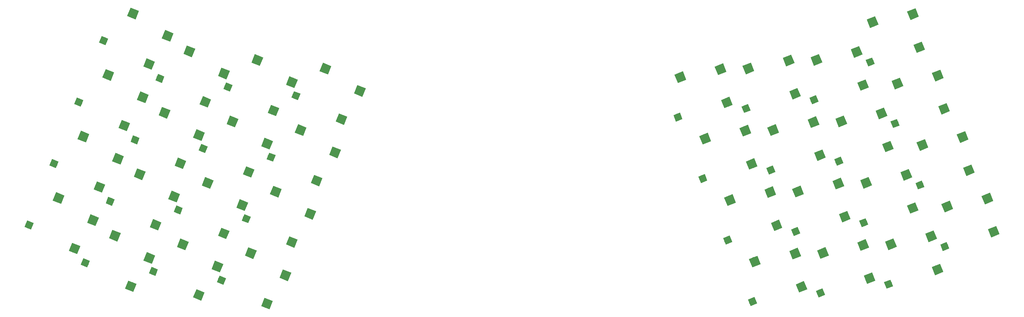
<source format=gbr>
G04 #@! TF.GenerationSoftware,KiCad,Pcbnew,(5.1.4)-1*
G04 #@! TF.CreationDate,2023-10-04T20:40:25-04:00*
G04 #@! TF.ProjectId,ThumbsUp,5468756d-6273-4557-902e-6b696361645f,rev?*
G04 #@! TF.SameCoordinates,Original*
G04 #@! TF.FileFunction,Paste,Bot*
G04 #@! TF.FilePolarity,Positive*
%FSLAX46Y46*%
G04 Gerber Fmt 4.6, Leading zero omitted, Abs format (unit mm)*
G04 Created by KiCad (PCBNEW (5.1.4)-1) date 2023-10-04 20:40:25*
%MOMM*%
%LPD*%
G04 APERTURE LIST*
%ADD10C,2.600000*%
%ADD11C,0.100000*%
%ADD12C,2.500000*%
%ADD13C,2.000000*%
G04 APERTURE END LIST*
D10*
X-275003243Y-393258967D03*
D11*
G36*
X-275721593Y-394951295D02*
G01*
X-276695571Y-392540617D01*
X-274284893Y-391566639D01*
X-273310915Y-393977317D01*
X-275721593Y-394951295D01*
X-275721593Y-394951295D01*
G37*
D10*
X-263470135Y-390972065D03*
D11*
G36*
X-264188485Y-392664393D02*
G01*
X-265162463Y-390253715D01*
X-262751785Y-389279737D01*
X-261777807Y-391690415D01*
X-264188485Y-392664393D01*
X-264188485Y-392664393D01*
G37*
D12*
X-261649842Y-400482699D03*
D11*
G36*
X-262363743Y-402119302D02*
G01*
X-263300260Y-399801343D01*
X-260935941Y-398846096D01*
X-259999424Y-401164055D01*
X-262363743Y-402119302D01*
X-262363743Y-402119302D01*
G37*
D13*
X-275692446Y-404700257D03*
D11*
G36*
X-276245023Y-406002047D02*
G01*
X-276994236Y-404147680D01*
X-275139869Y-403398467D01*
X-274390656Y-405252834D01*
X-276245023Y-406002047D01*
X-276245023Y-406002047D01*
G37*
D10*
X-376686784Y-390811329D03*
D11*
G36*
X-378379112Y-391529679D02*
G01*
X-377405134Y-389119001D01*
X-374994456Y-390092979D01*
X-375968434Y-392503657D01*
X-378379112Y-391529679D01*
X-378379112Y-391529679D01*
G37*
D10*
X-366801945Y-397177840D03*
D11*
G36*
X-368494273Y-397896190D02*
G01*
X-367520295Y-395485512D01*
X-365109617Y-396459490D01*
X-366083595Y-398870168D01*
X-368494273Y-397896190D01*
X-368494273Y-397896190D01*
G37*
D12*
X-372099177Y-405283699D03*
D11*
G36*
X-373749595Y-405965055D02*
G01*
X-372813078Y-403647096D01*
X-370448759Y-404602343D01*
X-371385276Y-406920302D01*
X-373749595Y-405965055D01*
X-373749595Y-405965055D01*
G37*
D13*
X-385130343Y-398562745D03*
D11*
G36*
X-386432133Y-399115322D02*
G01*
X-385682920Y-397260955D01*
X-383828553Y-398010168D01*
X-384577766Y-399864535D01*
X-386432133Y-399115322D01*
X-386432133Y-399115322D01*
G37*
D10*
X-396176311Y-388329723D03*
D11*
G36*
X-397868639Y-389048073D02*
G01*
X-396894661Y-386637395D01*
X-394483983Y-387611373D01*
X-395457961Y-390022051D01*
X-397868639Y-389048073D01*
X-397868639Y-389048073D01*
G37*
D10*
X-386291472Y-394696234D03*
D11*
G36*
X-387983800Y-395414584D02*
G01*
X-387009822Y-393003906D01*
X-384599144Y-393977884D01*
X-385573122Y-396388562D01*
X-387983800Y-395414584D01*
X-387983800Y-395414584D01*
G37*
D12*
X-391588704Y-402802093D03*
D11*
G36*
X-393239122Y-403483449D02*
G01*
X-392302605Y-401165490D01*
X-389938286Y-402120737D01*
X-390874803Y-404438696D01*
X-393239122Y-403483449D01*
X-393239122Y-403483449D01*
G37*
D13*
X-404619870Y-396081139D03*
D11*
G36*
X-405921660Y-396633716D02*
G01*
X-405172447Y-394779349D01*
X-403318080Y-395528562D01*
X-404067293Y-397382929D01*
X-405921660Y-396633716D01*
X-405921660Y-396633716D01*
G37*
D10*
X-255513717Y-390777361D03*
D11*
G36*
X-256232067Y-392469689D02*
G01*
X-257206045Y-390059011D01*
X-254795367Y-389085033D01*
X-253821389Y-391495711D01*
X-256232067Y-392469689D01*
X-256232067Y-392469689D01*
G37*
D10*
X-243980609Y-388490459D03*
D11*
G36*
X-244698959Y-390182787D02*
G01*
X-245672937Y-387772109D01*
X-243262259Y-386798131D01*
X-242288281Y-389208809D01*
X-244698959Y-390182787D01*
X-244698959Y-390182787D01*
G37*
D12*
X-242160316Y-398001093D03*
D11*
G36*
X-242874217Y-399637696D02*
G01*
X-243810734Y-397319737D01*
X-241446415Y-396364490D01*
X-240509898Y-398682449D01*
X-242874217Y-399637696D01*
X-242874217Y-399637696D01*
G37*
D13*
X-256202920Y-402218651D03*
D11*
G36*
X-256755497Y-403520441D02*
G01*
X-257504710Y-401666074D01*
X-255650343Y-400916861D01*
X-254901130Y-402771228D01*
X-256755497Y-403520441D01*
X-256755497Y-403520441D01*
G37*
D10*
X-219906124Y-377469494D03*
D11*
G36*
X-220624474Y-379161822D02*
G01*
X-221598452Y-376751144D01*
X-219187774Y-375777166D01*
X-218213796Y-378187844D01*
X-220624474Y-379161822D01*
X-220624474Y-379161822D01*
G37*
D10*
X-208373016Y-375182592D03*
D11*
G36*
X-209091366Y-376874920D02*
G01*
X-210065344Y-374464242D01*
X-207654666Y-373490264D01*
X-206680688Y-375900942D01*
X-209091366Y-376874920D01*
X-209091366Y-376874920D01*
G37*
D12*
X-206552723Y-384693226D03*
D11*
G36*
X-207266624Y-386329829D02*
G01*
X-208203141Y-384011870D01*
X-205838822Y-383056623D01*
X-204902305Y-385374582D01*
X-207266624Y-386329829D01*
X-207266624Y-386329829D01*
G37*
D13*
X-220595327Y-388910784D03*
D11*
G36*
X-221147904Y-390212574D02*
G01*
X-221897117Y-388358207D01*
X-220042750Y-387608994D01*
X-219293537Y-389463361D01*
X-221147904Y-390212574D01*
X-221147904Y-390212574D01*
G37*
D10*
X-415665837Y-385848117D03*
D11*
G36*
X-417358165Y-386566467D02*
G01*
X-416384187Y-384155789D01*
X-413973509Y-385129767D01*
X-414947487Y-387540445D01*
X-417358165Y-386566467D01*
X-417358165Y-386566467D01*
G37*
D10*
X-405780998Y-392214628D03*
D11*
G36*
X-407473326Y-392932978D02*
G01*
X-406499348Y-390522300D01*
X-404088670Y-391496278D01*
X-405062648Y-393906956D01*
X-407473326Y-392932978D01*
X-407473326Y-392932978D01*
G37*
D12*
X-411078230Y-400320487D03*
D11*
G36*
X-412728648Y-401001843D02*
G01*
X-411792131Y-398683884D01*
X-409427812Y-399639131D01*
X-410364329Y-401957090D01*
X-412728648Y-401001843D01*
X-412728648Y-401001843D01*
G37*
D13*
X-424109396Y-393599533D03*
D11*
G36*
X-425411186Y-394152110D02*
G01*
X-424661973Y-392297743D01*
X-422807606Y-393046956D01*
X-423556819Y-394901323D01*
X-425411186Y-394152110D01*
X-425411186Y-394152110D01*
G37*
D10*
X-236024191Y-388295755D03*
D11*
G36*
X-236742541Y-389988083D02*
G01*
X-237716519Y-387577405D01*
X-235305841Y-386603427D01*
X-234331863Y-389014105D01*
X-236742541Y-389988083D01*
X-236742541Y-389988083D01*
G37*
D10*
X-224491083Y-386008853D03*
D11*
G36*
X-225209433Y-387701181D02*
G01*
X-226183411Y-385290503D01*
X-223772733Y-384316525D01*
X-222798755Y-386727203D01*
X-225209433Y-387701181D01*
X-225209433Y-387701181D01*
G37*
D12*
X-222670790Y-395519487D03*
D11*
G36*
X-223384691Y-397156090D02*
G01*
X-224321208Y-394838131D01*
X-221956889Y-393882884D01*
X-221020372Y-396200843D01*
X-223384691Y-397156090D01*
X-223384691Y-397156090D01*
G37*
D13*
X-236713394Y-399737045D03*
D11*
G36*
X-237265971Y-401038835D02*
G01*
X-238015184Y-399184468D01*
X-236160817Y-398435255D01*
X-235411604Y-400289622D01*
X-237265971Y-401038835D01*
X-237265971Y-401038835D01*
G37*
D10*
X-431783904Y-375021857D03*
D11*
G36*
X-433476232Y-375740207D02*
G01*
X-432502254Y-373329529D01*
X-430091576Y-374303507D01*
X-431065554Y-376714185D01*
X-433476232Y-375740207D01*
X-433476232Y-375740207D01*
G37*
D10*
X-421899065Y-381388368D03*
D11*
G36*
X-423591393Y-382106718D02*
G01*
X-422617415Y-379696040D01*
X-420206737Y-380670018D01*
X-421180715Y-383080696D01*
X-423591393Y-382106718D01*
X-423591393Y-382106718D01*
G37*
D12*
X-427196297Y-389494227D03*
D11*
G36*
X-428846715Y-390175583D02*
G01*
X-427910198Y-387857624D01*
X-425545879Y-388812871D01*
X-426482396Y-391130830D01*
X-428846715Y-390175583D01*
X-428846715Y-390175583D01*
G37*
D13*
X-440227463Y-382773273D03*
D11*
G36*
X-441529253Y-383325850D02*
G01*
X-440780040Y-381471483D01*
X-438925673Y-382220696D01*
X-439674886Y-384075063D01*
X-441529253Y-383325850D01*
X-441529253Y-383325850D01*
G37*
D10*
X-198553548Y-430318974D03*
D11*
G36*
X-199271898Y-432011302D02*
G01*
X-200245876Y-429600624D01*
X-197835198Y-428626646D01*
X-196861220Y-431037324D01*
X-199271898Y-432011302D01*
X-199271898Y-432011302D01*
G37*
D10*
X-187020440Y-428032072D03*
D11*
G36*
X-187738790Y-429724400D02*
G01*
X-188712768Y-427313722D01*
X-186302090Y-426339744D01*
X-185328112Y-428750422D01*
X-187738790Y-429724400D01*
X-187738790Y-429724400D01*
G37*
D12*
X-185200147Y-437542706D03*
D11*
G36*
X-185914048Y-439179309D02*
G01*
X-186850565Y-436861350D01*
X-184486246Y-435906103D01*
X-183549729Y-438224062D01*
X-185914048Y-439179309D01*
X-185914048Y-439179309D01*
G37*
D13*
X-199242751Y-441760264D03*
D11*
G36*
X-199795328Y-443062054D02*
G01*
X-200544541Y-441207687D01*
X-198690174Y-440458474D01*
X-197940961Y-442312841D01*
X-199795328Y-443062054D01*
X-199795328Y-443062054D01*
G37*
D10*
X-205671073Y-412702481D03*
D11*
G36*
X-206389423Y-414394809D02*
G01*
X-207363401Y-411984131D01*
X-204952723Y-411010153D01*
X-203978745Y-413420831D01*
X-206389423Y-414394809D01*
X-206389423Y-414394809D01*
G37*
D10*
X-194137965Y-410415579D03*
D11*
G36*
X-194856315Y-412107907D02*
G01*
X-195830293Y-409697229D01*
X-193419615Y-408723251D01*
X-192445637Y-411133929D01*
X-194856315Y-412107907D01*
X-194856315Y-412107907D01*
G37*
D12*
X-192317672Y-419926213D03*
D11*
G36*
X-193031573Y-421562816D02*
G01*
X-193968090Y-419244857D01*
X-191603771Y-418289610D01*
X-190667254Y-420607569D01*
X-193031573Y-421562816D01*
X-193031573Y-421562816D01*
G37*
D13*
X-206360276Y-424143771D03*
D11*
G36*
X-206912853Y-425445561D02*
G01*
X-207662066Y-423591194D01*
X-205807699Y-422841981D01*
X-205058486Y-424696348D01*
X-206912853Y-425445561D01*
X-206912853Y-425445561D01*
G37*
D10*
X-212788598Y-395085988D03*
D11*
G36*
X-213506948Y-396778316D02*
G01*
X-214480926Y-394367638D01*
X-212070248Y-393393660D01*
X-211096270Y-395804338D01*
X-213506948Y-396778316D01*
X-213506948Y-396778316D01*
G37*
D10*
X-201255490Y-392799086D03*
D11*
G36*
X-201973840Y-394491414D02*
G01*
X-202947818Y-392080736D01*
X-200537140Y-391106758D01*
X-199563162Y-393517436D01*
X-201973840Y-394491414D01*
X-201973840Y-394491414D01*
G37*
D12*
X-199435197Y-402309720D03*
D11*
G36*
X-200149098Y-403946323D02*
G01*
X-201085615Y-401628364D01*
X-198721296Y-400673117D01*
X-197784779Y-402991076D01*
X-200149098Y-403946323D01*
X-200149098Y-403946323D01*
G37*
D13*
X-213477801Y-406527278D03*
D11*
G36*
X-214030378Y-407829068D02*
G01*
X-214779591Y-405974701D01*
X-212925224Y-405225488D01*
X-212176011Y-407079855D01*
X-214030378Y-407829068D01*
X-214030378Y-407829068D01*
G37*
D10*
X-221789140Y-423528741D03*
D11*
G36*
X-222507490Y-425221069D02*
G01*
X-223481468Y-422810391D01*
X-221070790Y-421836413D01*
X-220096812Y-424247091D01*
X-222507490Y-425221069D01*
X-222507490Y-425221069D01*
G37*
D10*
X-210256032Y-421241839D03*
D11*
G36*
X-210974382Y-422934167D02*
G01*
X-211948360Y-420523489D01*
X-209537682Y-419549511D01*
X-208563704Y-421960189D01*
X-210974382Y-422934167D01*
X-210974382Y-422934167D01*
G37*
D12*
X-208435739Y-430752473D03*
D11*
G36*
X-209149640Y-432389076D02*
G01*
X-210086157Y-430071117D01*
X-207721838Y-429115870D01*
X-206785321Y-431433829D01*
X-209149640Y-432389076D01*
X-209149640Y-432389076D01*
G37*
D13*
X-222478343Y-434970031D03*
D11*
G36*
X-223030920Y-436271821D02*
G01*
X-223780133Y-434417454D01*
X-221925766Y-433668241D01*
X-221176553Y-435522608D01*
X-223030920Y-436271821D01*
X-223030920Y-436271821D01*
G37*
D10*
X-234161141Y-443626841D03*
D11*
G36*
X-234879491Y-445319169D02*
G01*
X-235853469Y-442908491D01*
X-233442791Y-441934513D01*
X-232468813Y-444345191D01*
X-234879491Y-445319169D01*
X-234879491Y-445319169D01*
G37*
D10*
X-222628033Y-441339939D03*
D11*
G36*
X-223346383Y-443032267D02*
G01*
X-224320361Y-440621589D01*
X-221909683Y-439647611D01*
X-220935705Y-442058289D01*
X-223346383Y-443032267D01*
X-223346383Y-443032267D01*
G37*
D12*
X-220807740Y-450850573D03*
D11*
G36*
X-221521641Y-452487176D02*
G01*
X-222458158Y-450169217D01*
X-220093839Y-449213970D01*
X-219157322Y-451531929D01*
X-221521641Y-452487176D01*
X-221521641Y-452487176D01*
G37*
D13*
X-234850344Y-455068131D03*
D11*
G36*
X-235402921Y-456369921D02*
G01*
X-236152134Y-454515554D01*
X-234297767Y-453766341D01*
X-233548554Y-455620708D01*
X-235402921Y-456369921D01*
X-235402921Y-456369921D01*
G37*
D10*
X-253650667Y-446108447D03*
D11*
G36*
X-254369017Y-447800775D02*
G01*
X-255342995Y-445390097D01*
X-252932317Y-444416119D01*
X-251958339Y-446826797D01*
X-254369017Y-447800775D01*
X-254369017Y-447800775D01*
G37*
D10*
X-242117559Y-443821545D03*
D11*
G36*
X-242835909Y-445513873D02*
G01*
X-243809887Y-443103195D01*
X-241399209Y-442129217D01*
X-240425231Y-444539895D01*
X-242835909Y-445513873D01*
X-242835909Y-445513873D01*
G37*
D12*
X-240297266Y-453332179D03*
D11*
G36*
X-241011167Y-454968782D02*
G01*
X-241947684Y-452650823D01*
X-239583365Y-451695576D01*
X-238646848Y-454013535D01*
X-241011167Y-454968782D01*
X-241011167Y-454968782D01*
G37*
D13*
X-254339870Y-457549737D03*
D11*
G36*
X-254892447Y-458851527D02*
G01*
X-255641660Y-456997160D01*
X-253787293Y-456247947D01*
X-253038080Y-458102314D01*
X-254892447Y-458851527D01*
X-254892447Y-458851527D01*
G37*
D10*
X-260768192Y-428491953D03*
D11*
G36*
X-261486542Y-430184281D02*
G01*
X-262460520Y-427773603D01*
X-260049842Y-426799625D01*
X-259075864Y-429210303D01*
X-261486542Y-430184281D01*
X-261486542Y-430184281D01*
G37*
D10*
X-249235084Y-426205051D03*
D11*
G36*
X-249953434Y-427897379D02*
G01*
X-250927412Y-425486701D01*
X-248516734Y-424512723D01*
X-247542756Y-426923401D01*
X-249953434Y-427897379D01*
X-249953434Y-427897379D01*
G37*
D12*
X-247414791Y-435715685D03*
D11*
G36*
X-248128692Y-437352288D02*
G01*
X-249065209Y-435034329D01*
X-246700890Y-434079082D01*
X-245764373Y-436397041D01*
X-248128692Y-437352288D01*
X-248128692Y-437352288D01*
G37*
D13*
X-261457395Y-439933243D03*
D11*
G36*
X-262009972Y-441235033D02*
G01*
X-262759185Y-439380666D01*
X-260904818Y-438631453D01*
X-260155605Y-440485820D01*
X-262009972Y-441235033D01*
X-262009972Y-441235033D01*
G37*
D10*
X-403293836Y-405946217D03*
D11*
G36*
X-404986164Y-406664567D02*
G01*
X-404012186Y-404253889D01*
X-401601508Y-405227867D01*
X-402575486Y-407638545D01*
X-404986164Y-406664567D01*
X-404986164Y-406664567D01*
G37*
D10*
X-393408997Y-412312728D03*
D11*
G36*
X-395101325Y-413031078D02*
G01*
X-394127347Y-410620400D01*
X-391716669Y-411594378D01*
X-392690647Y-414005056D01*
X-395101325Y-413031078D01*
X-395101325Y-413031078D01*
G37*
D12*
X-398706229Y-420418587D03*
D11*
G36*
X-400356647Y-421099943D02*
G01*
X-399420130Y-418781984D01*
X-397055811Y-419737231D01*
X-397992328Y-422055190D01*
X-400356647Y-421099943D01*
X-400356647Y-421099943D01*
G37*
D13*
X-411737395Y-413697633D03*
D11*
G36*
X-413039185Y-414250210D02*
G01*
X-412289972Y-412395843D01*
X-410435605Y-413145056D01*
X-411184818Y-414999423D01*
X-413039185Y-414250210D01*
X-413039185Y-414250210D01*
G37*
D10*
X-437018413Y-438697597D03*
D11*
G36*
X-438710741Y-439415947D02*
G01*
X-437736763Y-437005269D01*
X-435326085Y-437979247D01*
X-436300063Y-440389925D01*
X-438710741Y-439415947D01*
X-438710741Y-439415947D01*
G37*
D10*
X-427133574Y-445064108D03*
D11*
G36*
X-428825902Y-445782458D02*
G01*
X-427851924Y-443371780D01*
X-425441246Y-444345758D01*
X-426415224Y-446756436D01*
X-428825902Y-445782458D01*
X-428825902Y-445782458D01*
G37*
D12*
X-432430806Y-453169967D03*
D11*
G36*
X-434081224Y-453851323D02*
G01*
X-433144707Y-451533364D01*
X-430780388Y-452488611D01*
X-431716905Y-454806570D01*
X-434081224Y-453851323D01*
X-434081224Y-453851323D01*
G37*
D13*
X-445461972Y-446449013D03*
D11*
G36*
X-446763762Y-447001590D02*
G01*
X-446014549Y-445147223D01*
X-444160182Y-445896436D01*
X-444909395Y-447750803D01*
X-446763762Y-447001590D01*
X-446763762Y-447001590D01*
G37*
D10*
X-446018954Y-410254843D03*
D11*
G36*
X-447711282Y-410973193D02*
G01*
X-446737304Y-408562515D01*
X-444326626Y-409536493D01*
X-445300604Y-411947171D01*
X-447711282Y-410973193D01*
X-447711282Y-410973193D01*
G37*
D10*
X-436134115Y-416621354D03*
D11*
G36*
X-437826443Y-417339704D02*
G01*
X-436852465Y-414929026D01*
X-434441787Y-415903004D01*
X-435415765Y-418313682D01*
X-437826443Y-417339704D01*
X-437826443Y-417339704D01*
G37*
D12*
X-441431347Y-424727213D03*
D11*
G36*
X-443081765Y-425408569D02*
G01*
X-442145248Y-423090610D01*
X-439780929Y-424045857D01*
X-440717446Y-426363816D01*
X-443081765Y-425408569D01*
X-443081765Y-425408569D01*
G37*
D13*
X-454462513Y-418006259D03*
D11*
G36*
X-455764303Y-418558836D02*
G01*
X-455015090Y-416704469D01*
X-453160723Y-417453682D01*
X-453909936Y-419308049D01*
X-455764303Y-418558836D01*
X-455764303Y-418558836D01*
G37*
D10*
X-241278666Y-426010347D03*
D11*
G36*
X-241997016Y-427702675D02*
G01*
X-242970994Y-425291997D01*
X-240560316Y-424318019D01*
X-239586338Y-426728697D01*
X-241997016Y-427702675D01*
X-241997016Y-427702675D01*
G37*
D10*
X-229745558Y-423723445D03*
D11*
G36*
X-230463908Y-425415773D02*
G01*
X-231437886Y-423005095D01*
X-229027208Y-422031117D01*
X-228053230Y-424441795D01*
X-230463908Y-425415773D01*
X-230463908Y-425415773D01*
G37*
D12*
X-227925265Y-433234079D03*
D11*
G36*
X-228639166Y-434870682D02*
G01*
X-229575683Y-432552723D01*
X-227211364Y-431597476D01*
X-226274847Y-433915435D01*
X-228639166Y-434870682D01*
X-228639166Y-434870682D01*
G37*
D13*
X-241967869Y-437451637D03*
D11*
G36*
X-242520446Y-438753427D02*
G01*
X-243269659Y-436899060D01*
X-241415292Y-436149847D01*
X-240666079Y-438004214D01*
X-242520446Y-438753427D01*
X-242520446Y-438753427D01*
G37*
D10*
X-248396192Y-408393854D03*
D11*
G36*
X-249114542Y-410086182D02*
G01*
X-250088520Y-407675504D01*
X-247677842Y-406701526D01*
X-246703864Y-409112204D01*
X-249114542Y-410086182D01*
X-249114542Y-410086182D01*
G37*
D10*
X-236863084Y-406106952D03*
D11*
G36*
X-237581434Y-407799280D02*
G01*
X-238555412Y-405388602D01*
X-236144734Y-404414624D01*
X-235170756Y-406825302D01*
X-237581434Y-407799280D01*
X-237581434Y-407799280D01*
G37*
D12*
X-235042791Y-415617586D03*
D11*
G36*
X-235756692Y-417254189D02*
G01*
X-236693209Y-414936230D01*
X-234328890Y-413980983D01*
X-233392373Y-416298942D01*
X-235756692Y-417254189D01*
X-235756692Y-417254189D01*
G37*
D13*
X-249085395Y-419835144D03*
D11*
G36*
X-249637972Y-421136934D02*
G01*
X-250387185Y-419282567D01*
X-248532818Y-418533354D01*
X-247783605Y-420387721D01*
X-249637972Y-421136934D01*
X-249637972Y-421136934D01*
G37*
D10*
X-398039360Y-443660809D03*
D11*
G36*
X-399731688Y-444379159D02*
G01*
X-398757710Y-441968481D01*
X-396347032Y-442942459D01*
X-397321010Y-445353137D01*
X-399731688Y-444379159D01*
X-399731688Y-444379159D01*
G37*
D10*
X-388154521Y-450027320D03*
D11*
G36*
X-389846849Y-450745670D02*
G01*
X-388872871Y-448334992D01*
X-386462193Y-449308970D01*
X-387436171Y-451719648D01*
X-389846849Y-450745670D01*
X-389846849Y-450745670D01*
G37*
D12*
X-393451753Y-458133179D03*
D11*
G36*
X-395102171Y-458814535D02*
G01*
X-394165654Y-456496576D01*
X-391801335Y-457451823D01*
X-392737852Y-459769782D01*
X-395102171Y-458814535D01*
X-395102171Y-458814535D01*
G37*
D13*
X-406482919Y-451412225D03*
D11*
G36*
X-407784709Y-451964802D02*
G01*
X-407035496Y-450110435D01*
X-405181129Y-450859648D01*
X-405930342Y-452714015D01*
X-407784709Y-451964802D01*
X-407784709Y-451964802D01*
G37*
D10*
X-410411361Y-423562710D03*
D11*
G36*
X-412103689Y-424281060D02*
G01*
X-411129711Y-421870382D01*
X-408719033Y-422844360D01*
X-409693011Y-425255038D01*
X-412103689Y-424281060D01*
X-412103689Y-424281060D01*
G37*
D10*
X-400526522Y-429929221D03*
D11*
G36*
X-402218850Y-430647571D02*
G01*
X-401244872Y-428236893D01*
X-398834194Y-429210871D01*
X-399808172Y-431621549D01*
X-402218850Y-430647571D01*
X-402218850Y-430647571D01*
G37*
D12*
X-405823754Y-438035080D03*
D11*
G36*
X-407474172Y-438716436D02*
G01*
X-406537655Y-436398477D01*
X-404173336Y-437353724D01*
X-405109853Y-439671683D01*
X-407474172Y-438716436D01*
X-407474172Y-438716436D01*
G37*
D13*
X-418854920Y-431314126D03*
D11*
G36*
X-420156710Y-431866703D02*
G01*
X-419407497Y-430012336D01*
X-417553130Y-430761549D01*
X-418302343Y-432615916D01*
X-420156710Y-431866703D01*
X-420156710Y-431866703D01*
G37*
D10*
X-453136479Y-427871336D03*
D11*
G36*
X-454828807Y-428589686D02*
G01*
X-453854829Y-426179008D01*
X-451444151Y-427152986D01*
X-452418129Y-429563664D01*
X-454828807Y-428589686D01*
X-454828807Y-428589686D01*
G37*
D10*
X-443251640Y-434237847D03*
D11*
G36*
X-444943968Y-434956197D02*
G01*
X-443969990Y-432545519D01*
X-441559312Y-433519497D01*
X-442533290Y-435930175D01*
X-444943968Y-434956197D01*
X-444943968Y-434956197D01*
G37*
D12*
X-448548872Y-442343706D03*
D11*
G36*
X-450199290Y-443025062D02*
G01*
X-449262773Y-440707103D01*
X-446898454Y-441662350D01*
X-447834971Y-443980309D01*
X-450199290Y-443025062D01*
X-450199290Y-443025062D01*
G37*
D13*
X-461580038Y-435622752D03*
D11*
G36*
X-462881828Y-436175329D02*
G01*
X-462132615Y-434320962D01*
X-460278248Y-435070175D01*
X-461027461Y-436924542D01*
X-462881828Y-436175329D01*
X-462881828Y-436175329D01*
G37*
D10*
X-429900887Y-421081104D03*
D11*
G36*
X-431593215Y-421799454D02*
G01*
X-430619237Y-419388776D01*
X-428208559Y-420362754D01*
X-429182537Y-422773432D01*
X-431593215Y-421799454D01*
X-431593215Y-421799454D01*
G37*
D10*
X-420016048Y-427447615D03*
D11*
G36*
X-421708376Y-428165965D02*
G01*
X-420734398Y-425755287D01*
X-418323720Y-426729265D01*
X-419297698Y-429139943D01*
X-421708376Y-428165965D01*
X-421708376Y-428165965D01*
G37*
D12*
X-425313280Y-435553474D03*
D11*
G36*
X-426963698Y-436234830D02*
G01*
X-426027181Y-433916871D01*
X-423662862Y-434872118D01*
X-424599379Y-437190077D01*
X-426963698Y-436234830D01*
X-426963698Y-436234830D01*
G37*
D13*
X-438344446Y-428832520D03*
D11*
G36*
X-439646236Y-429385097D02*
G01*
X-438897023Y-427530730D01*
X-437042656Y-428279943D01*
X-437791869Y-430134310D01*
X-439646236Y-429385097D01*
X-439646236Y-429385097D01*
G37*
D10*
X-267885718Y-410875460D03*
D11*
G36*
X-268604068Y-412567788D02*
G01*
X-269578046Y-410157110D01*
X-267167368Y-409183132D01*
X-266193390Y-411593810D01*
X-268604068Y-412567788D01*
X-268604068Y-412567788D01*
G37*
D10*
X-256352610Y-408588558D03*
D11*
G36*
X-257070960Y-410280886D02*
G01*
X-258044938Y-407870208D01*
X-255634260Y-406896230D01*
X-254660282Y-409306908D01*
X-257070960Y-410280886D01*
X-257070960Y-410280886D01*
G37*
D12*
X-254532317Y-418099192D03*
D11*
G36*
X-255246218Y-419735795D02*
G01*
X-256182735Y-417417836D01*
X-253818416Y-416462589D01*
X-252881899Y-418780548D01*
X-255246218Y-419735795D01*
X-255246218Y-419735795D01*
G37*
D13*
X-268574921Y-422316750D03*
D11*
G36*
X-269127498Y-423618540D02*
G01*
X-269876711Y-421764173D01*
X-268022344Y-421014960D01*
X-267273131Y-422869327D01*
X-269127498Y-423618540D01*
X-269127498Y-423618540D01*
G37*
D10*
X-417528886Y-441179203D03*
D11*
G36*
X-419221214Y-441897553D02*
G01*
X-418247236Y-439486875D01*
X-415836558Y-440460853D01*
X-416810536Y-442871531D01*
X-419221214Y-441897553D01*
X-419221214Y-441897553D01*
G37*
D10*
X-407644047Y-447545714D03*
D11*
G36*
X-409336375Y-448264064D02*
G01*
X-408362397Y-445853386D01*
X-405951719Y-446827364D01*
X-406925697Y-449238042D01*
X-409336375Y-448264064D01*
X-409336375Y-448264064D01*
G37*
D12*
X-412941279Y-455651573D03*
D11*
G36*
X-414591697Y-456332929D02*
G01*
X-413655180Y-454014970D01*
X-411290861Y-454970217D01*
X-412227378Y-457288176D01*
X-414591697Y-456332929D01*
X-414591697Y-456332929D01*
G37*
D13*
X-425972445Y-448930619D03*
D11*
G36*
X-427274235Y-449483196D02*
G01*
X-426525022Y-447628829D01*
X-424670655Y-448378042D01*
X-425419868Y-450232409D01*
X-427274235Y-449483196D01*
X-427274235Y-449483196D01*
G37*
D10*
X-383804310Y-408427823D03*
D11*
G36*
X-385496638Y-409146173D02*
G01*
X-384522660Y-406735495D01*
X-382111982Y-407709473D01*
X-383085960Y-410120151D01*
X-385496638Y-409146173D01*
X-385496638Y-409146173D01*
G37*
D10*
X-373919471Y-414794334D03*
D11*
G36*
X-375611799Y-415512684D02*
G01*
X-374637821Y-413102006D01*
X-372227143Y-414075984D01*
X-373201121Y-416486662D01*
X-375611799Y-415512684D01*
X-375611799Y-415512684D01*
G37*
D12*
X-379216703Y-422900193D03*
D11*
G36*
X-380867121Y-423581549D02*
G01*
X-379930604Y-421263590D01*
X-377566285Y-422218837D01*
X-378502802Y-424536796D01*
X-380867121Y-423581549D01*
X-380867121Y-423581549D01*
G37*
D13*
X-392247869Y-416179239D03*
D11*
G36*
X-393549659Y-416731816D02*
G01*
X-392800446Y-414877449D01*
X-390946079Y-415626662D01*
X-391695292Y-417481029D01*
X-393549659Y-416731816D01*
X-393549659Y-416731816D01*
G37*
D10*
X-422783362Y-403464611D03*
D11*
G36*
X-424475690Y-404182961D02*
G01*
X-423501712Y-401772283D01*
X-421091034Y-402746261D01*
X-422065012Y-405156939D01*
X-424475690Y-404182961D01*
X-424475690Y-404182961D01*
G37*
D10*
X-412898523Y-409831122D03*
D11*
G36*
X-414590851Y-410549472D02*
G01*
X-413616873Y-408138794D01*
X-411206195Y-409112772D01*
X-412180173Y-411523450D01*
X-414590851Y-410549472D01*
X-414590851Y-410549472D01*
G37*
D12*
X-418195755Y-417936981D03*
D11*
G36*
X-419846173Y-418618337D02*
G01*
X-418909656Y-416300378D01*
X-416545337Y-417255625D01*
X-417481854Y-419573584D01*
X-419846173Y-418618337D01*
X-419846173Y-418618337D01*
G37*
D13*
X-431226921Y-411216027D03*
D11*
G36*
X-432528711Y-411768604D02*
G01*
X-431779498Y-409914237D01*
X-429925131Y-410663450D01*
X-430674344Y-412517817D01*
X-432528711Y-411768604D01*
X-432528711Y-411768604D01*
G37*
D10*
X-214671615Y-441145235D03*
D11*
G36*
X-215389965Y-442837563D02*
G01*
X-216363943Y-440426885D01*
X-213953265Y-439452907D01*
X-212979287Y-441863585D01*
X-215389965Y-442837563D01*
X-215389965Y-442837563D01*
G37*
D10*
X-203138507Y-438858333D03*
D11*
G36*
X-203856857Y-440550661D02*
G01*
X-204830835Y-438139983D01*
X-202420157Y-437166005D01*
X-201446179Y-439576683D01*
X-203856857Y-440550661D01*
X-203856857Y-440550661D01*
G37*
D12*
X-201318214Y-448368967D03*
D11*
G36*
X-202032115Y-450005570D02*
G01*
X-202968632Y-447687611D01*
X-200604313Y-446732364D01*
X-199667796Y-449050323D01*
X-202032115Y-450005570D01*
X-202032115Y-450005570D01*
G37*
D13*
X-215360818Y-452586525D03*
D11*
G36*
X-215913395Y-453888315D02*
G01*
X-216662608Y-452033948D01*
X-214808241Y-451284735D01*
X-214059028Y-453139102D01*
X-215913395Y-453888315D01*
X-215913395Y-453888315D01*
G37*
D10*
X-228906665Y-405912248D03*
D11*
G36*
X-229625015Y-407604576D02*
G01*
X-230598993Y-405193898D01*
X-228188315Y-404219920D01*
X-227214337Y-406630598D01*
X-229625015Y-407604576D01*
X-229625015Y-407604576D01*
G37*
D10*
X-217373557Y-403625346D03*
D11*
G36*
X-218091907Y-405317674D02*
G01*
X-219065885Y-402906996D01*
X-216655207Y-401933018D01*
X-215681229Y-404343696D01*
X-218091907Y-405317674D01*
X-218091907Y-405317674D01*
G37*
D12*
X-215553264Y-413135980D03*
D11*
G36*
X-216267165Y-414772583D02*
G01*
X-217203682Y-412454624D01*
X-214839363Y-411499377D01*
X-213902846Y-413817336D01*
X-216267165Y-414772583D01*
X-216267165Y-414772583D01*
G37*
D13*
X-229595868Y-417353538D03*
D11*
G36*
X-230148445Y-418655328D02*
G01*
X-230897658Y-416800961D01*
X-229043291Y-416051748D01*
X-228294078Y-417906115D01*
X-230148445Y-418655328D01*
X-230148445Y-418655328D01*
G37*
D10*
X-390921835Y-426044316D03*
D11*
G36*
X-392614163Y-426762666D02*
G01*
X-391640185Y-424351988D01*
X-389229507Y-425325966D01*
X-390203485Y-427736644D01*
X-392614163Y-426762666D01*
X-392614163Y-426762666D01*
G37*
D10*
X-381036996Y-432410827D03*
D11*
G36*
X-382729324Y-433129177D02*
G01*
X-381755346Y-430718499D01*
X-379344668Y-431692477D01*
X-380318646Y-434103155D01*
X-382729324Y-433129177D01*
X-382729324Y-433129177D01*
G37*
D12*
X-386334228Y-440516686D03*
D11*
G36*
X-387984646Y-441198042D02*
G01*
X-387048129Y-438880083D01*
X-384683810Y-439835330D01*
X-385620327Y-442153289D01*
X-387984646Y-441198042D01*
X-387984646Y-441198042D01*
G37*
D13*
X-399365394Y-433795732D03*
D11*
G36*
X-400667184Y-434348309D02*
G01*
X-399917971Y-432493942D01*
X-398063604Y-433243155D01*
X-398812817Y-435097522D01*
X-400667184Y-434348309D01*
X-400667184Y-434348309D01*
G37*
D10*
X-438901429Y-392638350D03*
D11*
G36*
X-440593757Y-393356700D02*
G01*
X-439619779Y-390946022D01*
X-437209101Y-391920000D01*
X-438183079Y-394330678D01*
X-440593757Y-393356700D01*
X-440593757Y-393356700D01*
G37*
D10*
X-429016590Y-399004861D03*
D11*
G36*
X-430708918Y-399723211D02*
G01*
X-429734940Y-397312533D01*
X-427324262Y-398286511D01*
X-428298240Y-400697189D01*
X-430708918Y-399723211D01*
X-430708918Y-399723211D01*
G37*
D12*
X-434313822Y-407110720D03*
D11*
G36*
X-435964240Y-407792076D02*
G01*
X-435027723Y-405474117D01*
X-432663404Y-406429364D01*
X-433599921Y-408747323D01*
X-435964240Y-407792076D01*
X-435964240Y-407792076D01*
G37*
D13*
X-447344988Y-400389766D03*
D11*
G36*
X-448646778Y-400942343D02*
G01*
X-447897565Y-399087976D01*
X-446043198Y-399837189D01*
X-446792411Y-401691556D01*
X-448646778Y-400942343D01*
X-448646778Y-400942343D01*
G37*
M02*

</source>
